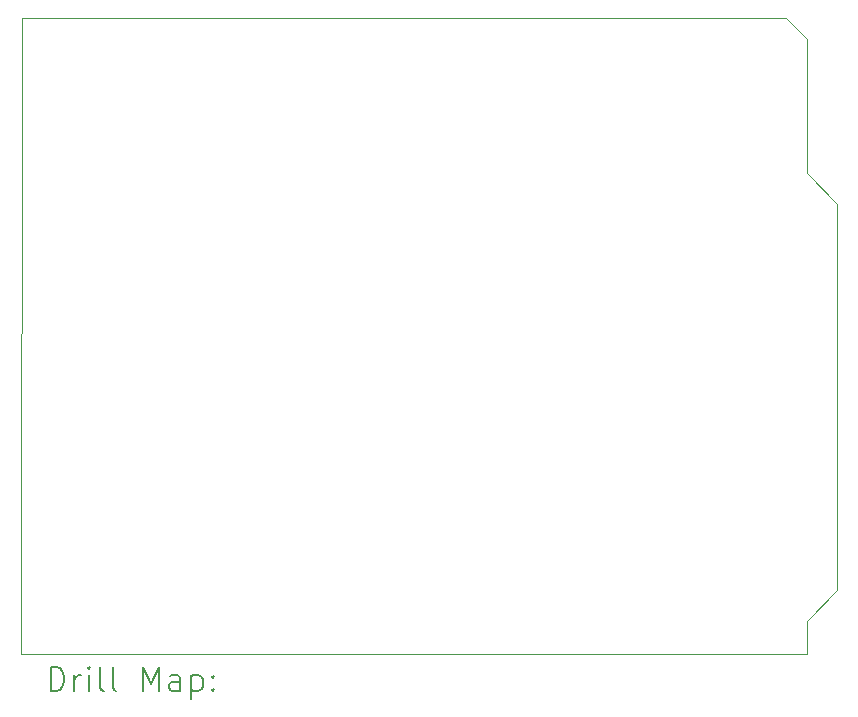
<source format=gbr>
%TF.GenerationSoftware,KiCad,Pcbnew,6.0.9-8da3e8f707~116~ubuntu20.04.1*%
%TF.CreationDate,2022-11-14T11:54:21+01:00*%
%TF.ProjectId,shield_b,73686965-6c64-45f6-922e-6b696361645f,1.2*%
%TF.SameCoordinates,Original*%
%TF.FileFunction,Drillmap*%
%TF.FilePolarity,Positive*%
%FSLAX45Y45*%
G04 Gerber Fmt 4.5, Leading zero omitted, Abs format (unit mm)*
G04 Created by KiCad (PCBNEW 6.0.9-8da3e8f707~116~ubuntu20.04.1) date 2022-11-14 11:54:21*
%MOMM*%
%LPD*%
G01*
G04 APERTURE LIST*
%ADD10C,0.100000*%
%ADD11C,0.200000*%
G04 APERTURE END LIST*
D10*
X13675000Y-9300000D02*
X13675000Y-9580000D01*
X13930000Y-9045000D02*
X13675000Y-9300000D01*
X13675000Y-5515000D02*
X13930000Y-5770000D01*
X7025000Y-4195000D02*
X13495000Y-4195000D01*
X13675000Y-4375000D02*
X13675000Y-5515000D01*
X13495000Y-4195000D02*
X13675000Y-4375000D01*
X7020000Y-9580000D02*
X7025000Y-4195000D01*
X13675000Y-9580000D02*
X7020000Y-9580000D01*
X13930000Y-5770000D02*
X13930000Y-9045000D01*
D11*
X7272619Y-9895476D02*
X7272619Y-9695476D01*
X7320238Y-9695476D01*
X7348809Y-9705000D01*
X7367857Y-9724048D01*
X7377381Y-9743095D01*
X7386905Y-9781190D01*
X7386905Y-9809762D01*
X7377381Y-9847857D01*
X7367857Y-9866905D01*
X7348809Y-9885952D01*
X7320238Y-9895476D01*
X7272619Y-9895476D01*
X7472619Y-9895476D02*
X7472619Y-9762143D01*
X7472619Y-9800238D02*
X7482143Y-9781190D01*
X7491667Y-9771667D01*
X7510714Y-9762143D01*
X7529762Y-9762143D01*
X7596428Y-9895476D02*
X7596428Y-9762143D01*
X7596428Y-9695476D02*
X7586905Y-9705000D01*
X7596428Y-9714524D01*
X7605952Y-9705000D01*
X7596428Y-9695476D01*
X7596428Y-9714524D01*
X7720238Y-9895476D02*
X7701190Y-9885952D01*
X7691667Y-9866905D01*
X7691667Y-9695476D01*
X7825000Y-9895476D02*
X7805952Y-9885952D01*
X7796428Y-9866905D01*
X7796428Y-9695476D01*
X8053571Y-9895476D02*
X8053571Y-9695476D01*
X8120238Y-9838333D01*
X8186905Y-9695476D01*
X8186905Y-9895476D01*
X8367857Y-9895476D02*
X8367857Y-9790714D01*
X8358333Y-9771667D01*
X8339286Y-9762143D01*
X8301190Y-9762143D01*
X8282143Y-9771667D01*
X8367857Y-9885952D02*
X8348809Y-9895476D01*
X8301190Y-9895476D01*
X8282143Y-9885952D01*
X8272619Y-9866905D01*
X8272619Y-9847857D01*
X8282143Y-9828810D01*
X8301190Y-9819286D01*
X8348809Y-9819286D01*
X8367857Y-9809762D01*
X8463095Y-9762143D02*
X8463095Y-9962143D01*
X8463095Y-9771667D02*
X8482143Y-9762143D01*
X8520238Y-9762143D01*
X8539286Y-9771667D01*
X8548810Y-9781190D01*
X8558333Y-9800238D01*
X8558333Y-9857381D01*
X8548810Y-9876429D01*
X8539286Y-9885952D01*
X8520238Y-9895476D01*
X8482143Y-9895476D01*
X8463095Y-9885952D01*
X8644048Y-9876429D02*
X8653571Y-9885952D01*
X8644048Y-9895476D01*
X8634524Y-9885952D01*
X8644048Y-9876429D01*
X8644048Y-9895476D01*
X8644048Y-9771667D02*
X8653571Y-9781190D01*
X8644048Y-9790714D01*
X8634524Y-9781190D01*
X8644048Y-9771667D01*
X8644048Y-9790714D01*
M02*

</source>
